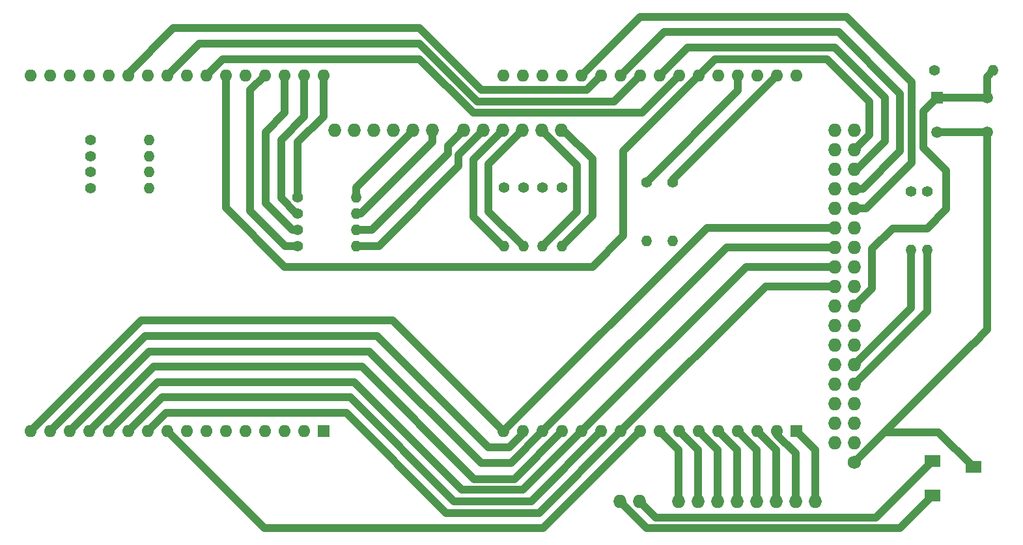
<source format=gbr>
%TF.GenerationSoftware,KiCad,Pcbnew,8.0.1*%
%TF.CreationDate,2024-05-09T09:41:49-04:00*%
%TF.ProjectId,Project 4.0,50726f6a-6563-4742-9034-2e302e6b6963,rev?*%
%TF.SameCoordinates,Original*%
%TF.FileFunction,Copper,L2,Bot*%
%TF.FilePolarity,Positive*%
%FSLAX46Y46*%
G04 Gerber Fmt 4.6, Leading zero omitted, Abs format (unit mm)*
G04 Created by KiCad (PCBNEW 8.0.1) date 2024-05-09 09:41:49*
%MOMM*%
%LPD*%
G01*
G04 APERTURE LIST*
%TA.AperFunction,ComponentPad*%
%ADD10C,1.400000*%
%TD*%
%TA.AperFunction,ComponentPad*%
%ADD11O,1.400000X1.400000*%
%TD*%
%TA.AperFunction,ComponentPad*%
%ADD12R,1.498000X1.498000*%
%TD*%
%TA.AperFunction,ComponentPad*%
%ADD13C,1.498000*%
%TD*%
%TA.AperFunction,ComponentPad*%
%ADD14R,1.600000X1.600000*%
%TD*%
%TA.AperFunction,ComponentPad*%
%ADD15O,1.600000X1.600000*%
%TD*%
%TA.AperFunction,ComponentPad*%
%ADD16O,1.727200X1.727200*%
%TD*%
%TA.AperFunction,ComponentPad*%
%ADD17C,1.727200*%
%TD*%
%TA.AperFunction,ComponentPad*%
%ADD18R,2.000000X1.500000*%
%TD*%
%TA.AperFunction,Conductor*%
%ADD19C,1.000000*%
%TD*%
G04 APERTURE END LIST*
D10*
%TO.P,R10,1*%
%TO.N,Net-(M1-Row1)*%
X143190000Y-80800000D03*
D11*
%TO.P,R10,2*%
%TO.N,Net-(A1-PadD10)*%
X150810000Y-80800000D03*
%TD*%
D12*
%TO.P,SW1,1,A*%
%TO.N,Net-(A1-PadD39)*%
X253310000Y-69000000D03*
D13*
%TO.P,SW1,2,A*%
X259810000Y-69000000D03*
%TO.P,SW1,3,B*%
%TO.N,Net-(A1-GND-PadGND6)*%
X253310000Y-73500000D03*
%TO.P,SW1,4,B*%
X259810000Y-73500000D03*
%TD*%
D10*
%TO.P,R9,1*%
%TO.N,Net-(M2-Row4)*%
X204500000Y-80690000D03*
D11*
%TO.P,R9,2*%
%TO.N,/D2*%
X204500000Y-88310000D03*
%TD*%
D10*
%TO.P,R2,1*%
%TO.N,Net-(M2-Row5)*%
X215500000Y-80000000D03*
D11*
%TO.P,R2,2*%
%TO.N,Net-(A1-PadD46)*%
X215500000Y-87620000D03*
%TD*%
D10*
%TO.P,R5,1*%
%TO.N,Net-(M2-Row8)*%
X252000000Y-81190000D03*
D11*
%TO.P,R5,2*%
%TO.N,Net-(A1-PadD47)*%
X252000000Y-88810000D03*
%TD*%
D10*
%TO.P,R6,1*%
%TO.N,Net-(M2-Row1)*%
X197000000Y-80690000D03*
D11*
%TO.P,R6,2*%
%TO.N,Net-(A1-PadD5)*%
X197000000Y-88310000D03*
%TD*%
D10*
%TO.P,R14,1*%
%TO.N,Net-(M1-Row5)*%
X170190000Y-88300000D03*
D11*
%TO.P,R14,2*%
%TO.N,Net-(A1-PadD6)*%
X177810000Y-88300000D03*
%TD*%
D10*
%TO.P,R15,1*%
%TO.N,Net-(M1-Row6)*%
X170190000Y-86200000D03*
D11*
%TO.P,R15,2*%
%TO.N,Net-(A1-PadD7)*%
X177810000Y-86200000D03*
%TD*%
D10*
%TO.P,R8,1*%
%TO.N,Net-(M2-Row3)*%
X202000000Y-80690000D03*
D11*
%TO.P,R8,2*%
%TO.N,Net-(A1-D3_INT1)*%
X202000000Y-88310000D03*
%TD*%
D10*
%TO.P,R7,1*%
%TO.N,Net-(M2-Row2)*%
X199500000Y-80690000D03*
D11*
%TO.P,R7,2*%
%TO.N,Net-(A1-PadD4)*%
X199500000Y-88310000D03*
%TD*%
D10*
%TO.P,R13,1*%
%TO.N,Net-(M1-Row4)*%
X143190000Y-74500000D03*
D11*
%TO.P,R13,2*%
%TO.N,Net-(A1-A-PadD13)*%
X150810000Y-74500000D03*
%TD*%
D10*
%TO.P,R3,1*%
%TO.N,Net-(M2-Row6)*%
X249900000Y-81190000D03*
D11*
%TO.P,R3,2*%
%TO.N,Net-(A1-PadD45)*%
X249900000Y-88810000D03*
%TD*%
D10*
%TO.P,R12,1*%
%TO.N,Net-(M1-Row3)*%
X143190000Y-76600000D03*
D11*
%TO.P,R12,2*%
%TO.N,Net-(A1-PadD12)*%
X150810000Y-76600000D03*
%TD*%
D10*
%TO.P,R11,1*%
%TO.N,Net-(M1-Row2)*%
X143190000Y-78700000D03*
D11*
%TO.P,R11,2*%
%TO.N,Net-(A1-PadD11)*%
X150810000Y-78700000D03*
%TD*%
D10*
%TO.P,R4,1*%
%TO.N,Net-(M2-Row7)*%
X218900000Y-80000000D03*
D11*
%TO.P,R4,2*%
%TO.N,Net-(A1-PadD44)*%
X218900000Y-87620000D03*
%TD*%
D10*
%TO.P,R16,1*%
%TO.N,Net-(M1-Row7)*%
X170190000Y-84100000D03*
D11*
%TO.P,R16,2*%
%TO.N,Net-(A1-PadD8)*%
X177810000Y-84100000D03*
%TD*%
D10*
%TO.P,R1,1*%
%TO.N,Net-(A1-5V-Pad5V4)*%
X253000000Y-65500000D03*
D11*
%TO.P,R1,2*%
%TO.N,Net-(A1-PadD39)*%
X260620000Y-65500000D03*
%TD*%
D14*
%TO.P,M2,1,C1B*%
%TO.N,Net-(M1-C1B)*%
X235030000Y-112380000D03*
D15*
%TO.P,M2,2,C2B*%
%TO.N,Net-(M1-C2B)*%
X232490000Y-112380000D03*
%TO.P,M2,3,C3B*%
%TO.N,Net-(M1-C3B)*%
X229950000Y-112380000D03*
%TO.P,M2,4,C4B*%
%TO.N,Net-(M1-C4B)*%
X227410000Y-112380000D03*
%TO.P,M2,5,C5B*%
%TO.N,Net-(M1-C5B)*%
X224870000Y-112380000D03*
%TO.P,M2,6,C6B*%
%TO.N,Net-(M1-C6B)*%
X222330000Y-112380000D03*
%TO.P,M2,7,C7B*%
%TO.N,Net-(M1-C7B)*%
X219790000Y-112380000D03*
%TO.P,M2,8,C8B*%
%TO.N,Net-(M1-C8B)*%
X217250000Y-112380000D03*
%TO.P,M2,9,C1R*%
%TO.N,Net-(M1-C1R)*%
X214710000Y-112380000D03*
%TO.P,M2,10,C2R*%
%TO.N,Net-(M1-C2R)*%
X212170000Y-112380000D03*
%TO.P,M2,11,C3R*%
%TO.N,Net-(M1-C3R)*%
X209630000Y-112380000D03*
%TO.P,M2,12,C4R*%
%TO.N,Net-(M1-C4R)*%
X207090000Y-112380000D03*
%TO.P,M2,13,C5R*%
%TO.N,Net-(M1-C5R)*%
X204550000Y-112380000D03*
%TO.P,M2,14,C6R*%
%TO.N,Net-(M1-C6R)*%
X202010000Y-112380000D03*
%TO.P,M2,15,C7R*%
%TO.N,Net-(M1-C7R)*%
X199470000Y-112380000D03*
%TO.P,M2,16,C8R*%
%TO.N,Net-(M1-C8R)*%
X196930000Y-112380000D03*
%TO.P,M2,17,Row1*%
%TO.N,Net-(M2-Row1)*%
X196930000Y-66120000D03*
%TO.P,M2,18,Row2*%
%TO.N,Net-(M2-Row2)*%
X199470000Y-66120000D03*
%TO.P,M2,19,Row3*%
%TO.N,Net-(M2-Row3)*%
X202010000Y-66120000D03*
%TO.P,M2,20,Row4*%
%TO.N,Net-(M2-Row4)*%
X204550000Y-66120000D03*
%TO.P,M2,21,C8G*%
%TO.N,Net-(M1-C8G)*%
X207090000Y-66120000D03*
%TO.P,M2,22,C7G*%
%TO.N,Net-(M1-C7G)*%
X209630000Y-66120000D03*
%TO.P,M2,23,C6G*%
%TO.N,Net-(M1-C6G)*%
X212170000Y-66120000D03*
%TO.P,M2,24,C5G*%
%TO.N,Net-(M1-C5G)*%
X214710000Y-66120000D03*
%TO.P,M2,25,C4G*%
%TO.N,Net-(M1-C4G)*%
X217250000Y-66120000D03*
%TO.P,M2,26,C3G*%
%TO.N,Net-(M1-C3G)*%
X219790000Y-66120000D03*
%TO.P,M2,27,C2G*%
%TO.N,Net-(M1-C2G)*%
X222330000Y-66120000D03*
%TO.P,M2,28,C1G*%
%TO.N,Net-(M1-C1G)*%
X224870000Y-66120000D03*
%TO.P,M2,29,Row5*%
%TO.N,Net-(M2-Row5)*%
X227410000Y-66120000D03*
%TO.P,M2,30,Row6*%
%TO.N,Net-(M2-Row6)*%
X229950000Y-66120000D03*
%TO.P,M2,31,Row7*%
%TO.N,Net-(M2-Row7)*%
X232490000Y-66120000D03*
%TO.P,M2,32,Row8*%
%TO.N,Net-(M2-Row8)*%
X235030000Y-66120000D03*
%TD*%
D10*
%TO.P,R17,1*%
%TO.N,Net-(M1-Row8)*%
X170190000Y-82000000D03*
D11*
%TO.P,R17,2*%
%TO.N,Net-(A1-PadD9)*%
X177810000Y-82000000D03*
%TD*%
D16*
%TO.P,A1,5V3,5V*%
%TO.N,unconnected-(A1-5V-Pad5V3)*%
X240020000Y-73240000D03*
%TO.P,A1,5V4,5V*%
%TO.N,Net-(A1-5V-Pad5V4)*%
X242560000Y-73240000D03*
%TO.P,A1,A6,L*%
%TO.N,Net-(A1-L-PadA6)*%
X212080000Y-121540000D03*
%TO.P,A1,A7,L*%
%TO.N,Net-(A1-L-PadA7)*%
X214620000Y-121500000D03*
%TO.P,A1,A8,K*%
%TO.N,Net-(M1-C8B)*%
X219700000Y-121500000D03*
%TO.P,A1,A9,K*%
%TO.N,Net-(M1-C7B)*%
X222240000Y-121500000D03*
%TO.P,A1,A10,K*%
%TO.N,Net-(M1-C6B)*%
X224780000Y-121500000D03*
%TO.P,A1,A11,K*%
%TO.N,Net-(M1-C5B)*%
X227320000Y-121500000D03*
%TO.P,A1,A12,K*%
%TO.N,Net-(M1-C4B)*%
X229860000Y-121500000D03*
%TO.P,A1,A13,K*%
%TO.N,Net-(M1-C3B)*%
X232400000Y-121500000D03*
%TO.P,A1,A14,K*%
%TO.N,Net-(M1-C2B)*%
X234940000Y-121500000D03*
%TO.P,A1,A15,K*%
%TO.N,Net-(M1-C1B)*%
X237480000Y-121500000D03*
%TO.P,A1,D2,D2_INT0*%
%TO.N,/D2*%
X204460000Y-73240000D03*
%TO.P,A1,D3,D3_INT1*%
%TO.N,Net-(A1-D3_INT1)*%
X201920000Y-73240000D03*
%TO.P,A1,D4,D4*%
%TO.N,Net-(A1-PadD4)*%
X199380000Y-73240000D03*
%TO.P,A1,D5,D5*%
%TO.N,Net-(A1-PadD5)*%
X196840000Y-73240000D03*
%TO.P,A1,D6,D6*%
%TO.N,Net-(A1-PadD6)*%
X194300000Y-73240000D03*
%TO.P,A1,D7,D7*%
%TO.N,Net-(A1-PadD7)*%
X191760000Y-73240000D03*
%TO.P,A1,D8,D8*%
%TO.N,Net-(A1-PadD8)*%
X187696000Y-73240000D03*
%TO.P,A1,D9,D9*%
%TO.N,Net-(A1-PadD9)*%
X185156000Y-73240000D03*
%TO.P,A1,D10,D10*%
%TO.N,Net-(A1-PadD10)*%
X182616000Y-73240000D03*
%TO.P,A1,D11,D11*%
%TO.N,Net-(A1-PadD11)*%
X180076000Y-73240000D03*
%TO.P,A1,D12,D12*%
%TO.N,Net-(A1-PadD12)*%
X177536000Y-73240000D03*
%TO.P,A1,D13,A*%
%TO.N,Net-(A1-A-PadD13)*%
X174996000Y-73240000D03*
%TO.P,A1,D22,A*%
%TO.N,Net-(M1-C1G)*%
X240020000Y-75780000D03*
%TO.P,A1,D23,A*%
%TO.N,Net-(M1-C2G)*%
X242560000Y-75780000D03*
%TO.P,A1,D24,A*%
%TO.N,Net-(M1-C3G)*%
X240020000Y-78320000D03*
%TO.P,A1,D25,A*%
%TO.N,Net-(M1-C4G)*%
X242560000Y-78320000D03*
%TO.P,A1,D26,A*%
%TO.N,Net-(M1-C5G)*%
X240020000Y-80860000D03*
%TO.P,A1,D27,A*%
%TO.N,Net-(M1-C6G)*%
X242560000Y-80860000D03*
%TO.P,A1,D28,A*%
%TO.N,Net-(M1-C7G)*%
X240020000Y-83400000D03*
%TO.P,A1,D29,A*%
%TO.N,Net-(M1-C8G)*%
X242560000Y-83400000D03*
%TO.P,A1,D30,C*%
%TO.N,Net-(M1-C8R)*%
X240020000Y-85940000D03*
%TO.P,A1,D31,C*%
%TO.N,Net-(M1-C7R)*%
X242560000Y-85940000D03*
%TO.P,A1,D32,C*%
%TO.N,Net-(M1-C6R)*%
X240020000Y-88480000D03*
%TO.P,A1,D33,C*%
%TO.N,Net-(M1-C5R)*%
X242560000Y-88480000D03*
%TO.P,A1,D34,C*%
%TO.N,Net-(M1-C4R)*%
X240020000Y-91020000D03*
%TO.P,A1,D35,C*%
%TO.N,Net-(M1-C3R)*%
X242560000Y-91020000D03*
%TO.P,A1,D36,C*%
%TO.N,Net-(M1-C2R)*%
X240020000Y-93560000D03*
%TO.P,A1,D37,C*%
%TO.N,Net-(M1-C1R)*%
X242560000Y-93560000D03*
%TO.P,A1,D38,D38*%
%TO.N,unconnected-(A1-PadD38)*%
X240020000Y-96100000D03*
%TO.P,A1,D39,D39*%
%TO.N,Net-(A1-PadD39)*%
X242560000Y-96100000D03*
%TO.P,A1,D40,D40*%
%TO.N,unconnected-(A1-PadD40)*%
X240020000Y-98640000D03*
%TO.P,A1,D41,D41*%
%TO.N,unconnected-(A1-PadD41)*%
X242560000Y-98640000D03*
%TO.P,A1,D42,D42*%
%TO.N,unconnected-(A1-PadD42)*%
X240020000Y-101180000D03*
%TO.P,A1,D43,D43*%
%TO.N,unconnected-(A1-PadD43)*%
X242560000Y-101180000D03*
%TO.P,A1,D44,D44*%
%TO.N,Net-(A1-PadD44)*%
X240020000Y-103720000D03*
%TO.P,A1,D45,D45*%
%TO.N,Net-(A1-PadD45)*%
X242560000Y-103720000D03*
%TO.P,A1,D46,D46*%
%TO.N,Net-(A1-PadD46)*%
X240020000Y-106260000D03*
%TO.P,A1,D47,D47*%
%TO.N,Net-(A1-PadD47)*%
X242560000Y-106260000D03*
%TO.P,A1,D48,D48*%
%TO.N,unconnected-(A1-PadD48)*%
X240020000Y-108800000D03*
%TO.P,A1,D49,D49*%
%TO.N,unconnected-(A1-PadD49)*%
X242560000Y-108800000D03*
%TO.P,A1,D50,D50_MISO*%
%TO.N,unconnected-(A1-D50_MISO-PadD50)*%
X240020000Y-111340000D03*
%TO.P,A1,D51,D51_MOSI*%
%TO.N,unconnected-(A1-D51_MOSI-PadD51)*%
X242560000Y-111340000D03*
%TO.P,A1,D52,D52_SCK*%
%TO.N,unconnected-(A1-D52_SCK-PadD52)*%
X240020000Y-113880000D03*
%TO.P,A1,D53,D53_CS*%
%TO.N,unconnected-(A1-D53_CS-PadD53)*%
X242560000Y-113880000D03*
D17*
%TO.P,A1,GND6,GND*%
%TO.N,Net-(A1-GND-PadGND6)*%
X242560000Y-116420000D03*
%TD*%
D14*
%TO.P,M1,1,C1B*%
%TO.N,Net-(M1-C1B)*%
X173530000Y-112380000D03*
D15*
%TO.P,M1,2,C2B*%
%TO.N,Net-(M1-C2B)*%
X170990000Y-112380000D03*
%TO.P,M1,3,C3B*%
%TO.N,Net-(M1-C3B)*%
X168450000Y-112380000D03*
%TO.P,M1,4,C4B*%
%TO.N,Net-(M1-C4B)*%
X165910000Y-112380000D03*
%TO.P,M1,5,C5B*%
%TO.N,Net-(M1-C5B)*%
X163370000Y-112380000D03*
%TO.P,M1,6,C6B*%
%TO.N,Net-(M1-C6B)*%
X160830000Y-112380000D03*
%TO.P,M1,7,C7B*%
%TO.N,Net-(M1-C7B)*%
X158290000Y-112380000D03*
%TO.P,M1,8,C8B*%
%TO.N,Net-(M1-C8B)*%
X155750000Y-112380000D03*
%TO.P,M1,9,C1R*%
%TO.N,Net-(M1-C1R)*%
X153210000Y-112380000D03*
%TO.P,M1,10,C2R*%
%TO.N,Net-(M1-C2R)*%
X150670000Y-112380000D03*
%TO.P,M1,11,C3R*%
%TO.N,Net-(M1-C3R)*%
X148130000Y-112380000D03*
%TO.P,M1,12,C4R*%
%TO.N,Net-(M1-C4R)*%
X145590000Y-112380000D03*
%TO.P,M1,13,C5R*%
%TO.N,Net-(M1-C5R)*%
X143050000Y-112380000D03*
%TO.P,M1,14,C6R*%
%TO.N,Net-(M1-C6R)*%
X140510000Y-112380000D03*
%TO.P,M1,15,C7R*%
%TO.N,Net-(M1-C7R)*%
X137970000Y-112380000D03*
%TO.P,M1,16,C8R*%
%TO.N,Net-(M1-C8R)*%
X135430000Y-112380000D03*
%TO.P,M1,17,Row1*%
%TO.N,Net-(M1-Row1)*%
X135430000Y-66120000D03*
%TO.P,M1,18,Row2*%
%TO.N,Net-(M1-Row2)*%
X137970000Y-66120000D03*
%TO.P,M1,19,Row3*%
%TO.N,Net-(M1-Row3)*%
X140510000Y-66120000D03*
%TO.P,M1,20,Row4*%
%TO.N,Net-(M1-Row4)*%
X143050000Y-66120000D03*
%TO.P,M1,21,C8G*%
%TO.N,Net-(M1-C8G)*%
X145590000Y-66120000D03*
%TO.P,M1,22,C7G*%
%TO.N,Net-(M1-C7G)*%
X148130000Y-66120000D03*
%TO.P,M1,23,C6G*%
%TO.N,Net-(M1-C6G)*%
X150670000Y-66120000D03*
%TO.P,M1,24,C5G*%
%TO.N,Net-(M1-C5G)*%
X153210000Y-66120000D03*
%TO.P,M1,25,C4G*%
%TO.N,Net-(M1-C4G)*%
X155750000Y-66120000D03*
%TO.P,M1,26,C3G*%
%TO.N,Net-(M1-C3G)*%
X158290000Y-66120000D03*
%TO.P,M1,27,C2G*%
%TO.N,Net-(M1-C2G)*%
X160830000Y-66120000D03*
%TO.P,M1,28,C1G*%
%TO.N,Net-(M1-C1G)*%
X163370000Y-66120000D03*
%TO.P,M1,29,Row5*%
%TO.N,Net-(M1-Row5)*%
X165910000Y-66120000D03*
%TO.P,M1,30,Row6*%
%TO.N,Net-(M1-Row6)*%
X168450000Y-66120000D03*
%TO.P,M1,31,Row7*%
%TO.N,Net-(M1-Row7)*%
X170990000Y-66120000D03*
%TO.P,M1,32,Row8*%
%TO.N,Net-(M1-Row8)*%
X173530000Y-66120000D03*
%TD*%
D18*
%TO.P,J1,R*%
%TO.N,Net-(A1-L-PadA6)*%
X252700000Y-120750000D03*
%TO.P,J1,S*%
%TO.N,Net-(A1-GND-PadGND6)*%
X258000000Y-117000000D03*
%TO.P,J1,T*%
%TO.N,Net-(A1-L-PadA7)*%
X252700000Y-116250000D03*
%TD*%
D19*
%TO.N,Net-(M1-C3R)*%
X209630000Y-112380000D02*
X200510000Y-121500000D01*
X200510000Y-121500000D02*
X190500000Y-121500000D01*
X177000000Y-108000000D02*
X152510000Y-108000000D01*
X190500000Y-121500000D02*
X177000000Y-108000000D01*
X152510000Y-108000000D02*
X148130000Y-112380000D01*
%TO.N,Net-(M1-C7G)*%
X186000000Y-60000000D02*
X154000000Y-60000000D01*
X194000000Y-68000000D02*
X186000000Y-60000000D01*
X207750000Y-68000000D02*
X194000000Y-68000000D01*
X154000000Y-60000000D02*
X148130000Y-65870000D01*
X148130000Y-65870000D02*
X148130000Y-66120000D01*
X209630000Y-66120000D02*
X207750000Y-68000000D01*
%TO.N,Net-(M1-C8R)*%
X182500000Y-98000000D02*
X149810000Y-98000000D01*
X196930000Y-112380000D02*
X196880000Y-112380000D01*
X196880000Y-112380000D02*
X182500000Y-98000000D01*
X223380000Y-85940000D02*
X196940000Y-112380000D01*
X149810000Y-98000000D02*
X135430000Y-112380000D01*
X240020000Y-85940000D02*
X223380000Y-85940000D01*
%TO.N,Net-(M1-C2R)*%
X231000000Y-93560000D02*
X212180000Y-112380000D01*
X189500000Y-123000000D02*
X176500000Y-110000000D01*
X201550000Y-123000000D02*
X189500000Y-123000000D01*
X153050000Y-110000000D02*
X150670000Y-112380000D01*
X212170000Y-112380000D02*
X201550000Y-123000000D01*
X176500000Y-110000000D02*
X153050000Y-110000000D01*
X240020000Y-93560000D02*
X231000000Y-93560000D01*
%TO.N,Net-(M1-C8G)*%
X241500000Y-58500000D02*
X250000000Y-67000000D01*
X250000000Y-67000000D02*
X250000000Y-77500000D01*
X250000000Y-77500000D02*
X244100000Y-83400000D01*
X214710000Y-58500000D02*
X241500000Y-58500000D01*
X244100000Y-83400000D02*
X242560000Y-83400000D01*
X207090000Y-66120000D02*
X214710000Y-58500000D01*
%TO.N,Net-(M1-C7R)*%
X180500000Y-100000000D02*
X150350000Y-100000000D01*
X195000000Y-114500000D02*
X180500000Y-100000000D01*
X199470000Y-112380000D02*
X199470000Y-112705000D01*
X197675000Y-114500000D02*
X195000000Y-114500000D01*
X199470000Y-112705000D02*
X197675000Y-114500000D01*
X150350000Y-100000000D02*
X137970000Y-112380000D01*
%TO.N,Net-(M1-C1R)*%
X165830000Y-125000000D02*
X153210000Y-112380000D01*
X214710000Y-112380000D02*
X202090000Y-125000000D01*
X202090000Y-125000000D02*
X165830000Y-125000000D01*
%TO.N,Net-(M1-C2G)*%
X222330000Y-66120000D02*
X224450000Y-64000000D01*
X244500000Y-69500000D02*
X244500000Y-73840000D01*
X168500000Y-91000000D02*
X160830000Y-83330000D01*
X222330000Y-66120000D02*
X212500000Y-75950000D01*
X212500000Y-75950000D02*
X212500000Y-87000000D01*
X208500000Y-91000000D02*
X168500000Y-91000000D01*
X160830000Y-83330000D02*
X160830000Y-66120000D01*
X212500000Y-87000000D02*
X208500000Y-91000000D01*
X239000000Y-64000000D02*
X244500000Y-69500000D01*
X244500000Y-73840000D02*
X242560000Y-75780000D01*
X224450000Y-64000000D02*
X239000000Y-64000000D01*
%TO.N,Net-(M1-C4R)*%
X177500000Y-106000000D02*
X151970000Y-106000000D01*
X240020000Y-91020000D02*
X228460000Y-91020000D01*
X207090000Y-112380000D02*
X199470000Y-120000000D01*
X199470000Y-120000000D02*
X191500000Y-120000000D01*
X228460000Y-91020000D02*
X207100000Y-112380000D01*
X191500000Y-120000000D02*
X177500000Y-106000000D01*
X151970000Y-106000000D02*
X145590000Y-112380000D01*
%TO.N,Net-(M1-C5R)*%
X193100000Y-118600000D02*
X178500000Y-104000000D01*
X151430000Y-104000000D02*
X143050000Y-112380000D01*
X204550000Y-112380000D02*
X198330000Y-118600000D01*
X198330000Y-118600000D02*
X193100000Y-118600000D01*
X178500000Y-104000000D02*
X151430000Y-104000000D01*
%TO.N,Net-(M1-C6R)*%
X225920000Y-88480000D02*
X202020000Y-112380000D01*
X179500000Y-102000000D02*
X150890000Y-102000000D01*
X150890000Y-102000000D02*
X140510000Y-112380000D01*
X194000000Y-116500000D02*
X179500000Y-102000000D01*
X240020000Y-88480000D02*
X225920000Y-88480000D01*
X197890000Y-116500000D02*
X194000000Y-116500000D01*
X202010000Y-112380000D02*
X197890000Y-116500000D01*
%TO.N,Net-(M1-C3G)*%
X160410000Y-64000000D02*
X158290000Y-66120000D01*
X186000000Y-64000000D02*
X160410000Y-64000000D01*
X214910000Y-71000000D02*
X193000000Y-71000000D01*
X193000000Y-71000000D02*
X186000000Y-64000000D01*
X219790000Y-66120000D02*
X214910000Y-71000000D01*
%TO.N,Net-(M1-C5G)*%
X193500000Y-69500000D02*
X186000000Y-62000000D01*
X214710000Y-66120000D02*
X211330000Y-69500000D01*
X211330000Y-69500000D02*
X193500000Y-69500000D01*
X186000000Y-62000000D02*
X157330000Y-62000000D01*
X157330000Y-62000000D02*
X153210000Y-66120000D01*
%TO.N,Net-(M1-C6G)*%
X240500000Y-60500000D02*
X248500000Y-68500000D01*
X248500000Y-68500000D02*
X248500000Y-76000000D01*
X248500000Y-76000000D02*
X243640000Y-80860000D01*
X217790000Y-60500000D02*
X240500000Y-60500000D01*
X243640000Y-80860000D02*
X242560000Y-80860000D01*
X212170000Y-66120000D02*
X217790000Y-60500000D01*
%TO.N,Net-(M1-C4G)*%
X246500000Y-74690000D02*
X246500000Y-69000000D01*
X242560000Y-78320000D02*
X242870000Y-78320000D01*
X240000000Y-62500000D02*
X220870000Y-62500000D01*
X242870000Y-78320000D02*
X246500000Y-74690000D01*
X246500000Y-69000000D02*
X240000000Y-62500000D01*
X220870000Y-62500000D02*
X217250000Y-66120000D01*
%TO.N,Net-(M1-Row5)*%
X165910000Y-66120000D02*
X164000000Y-68030000D01*
X164000000Y-83750000D02*
X168550000Y-88300000D01*
X168550000Y-88300000D02*
X170190000Y-88300000D01*
X164000000Y-68030000D02*
X164000000Y-83750000D01*
%TO.N,Net-(M1-Row8)*%
X170190000Y-74810000D02*
X170190000Y-82000000D01*
X173530000Y-71470000D02*
X170190000Y-74810000D01*
X173530000Y-66120000D02*
X173530000Y-71470000D01*
%TO.N,Net-(M1-Row6)*%
X168450000Y-66120000D02*
X168450000Y-70950000D01*
X168450000Y-70950000D02*
X168500000Y-71000000D01*
X166000000Y-73500000D02*
X166000000Y-82750000D01*
X169450000Y-86200000D02*
X170190000Y-86200000D01*
X166000000Y-82750000D02*
X169450000Y-86200000D01*
X168500000Y-71000000D02*
X166000000Y-73500000D01*
%TO.N,Net-(M1-Row7)*%
X170990000Y-71490000D02*
X171000000Y-71500000D01*
X171000000Y-71500000D02*
X168000000Y-74500000D01*
X168000000Y-82072742D02*
X170027258Y-84100000D01*
X170990000Y-66120000D02*
X170990000Y-71490000D01*
X168000000Y-74500000D02*
X168000000Y-82072742D01*
X170027258Y-84100000D02*
X170190000Y-84100000D01*
%TO.N,Net-(M2-Row5)*%
X227410000Y-68090000D02*
X215500000Y-80000000D01*
X227410000Y-66120000D02*
X227410000Y-68090000D01*
%TO.N,/D2*%
X204740000Y-73240000D02*
X204460000Y-73240000D01*
X208500000Y-84310000D02*
X208500000Y-77000000D01*
X208500000Y-77000000D02*
X204740000Y-73240000D01*
X204500000Y-88310000D02*
X208500000Y-84310000D01*
%TO.N,Net-(M2-Row7)*%
X218900000Y-79710000D02*
X218900000Y-80000000D01*
X232490000Y-66120000D02*
X218900000Y-79710000D01*
%TO.N,Net-(A1-D3_INT1)*%
X206500000Y-77820000D02*
X201920000Y-73240000D01*
X202000000Y-88310000D02*
X206500000Y-83810000D01*
X206500000Y-83810000D02*
X206500000Y-77820000D01*
%TO.N,Net-(A1-PadD9)*%
X177810000Y-80690000D02*
X177810000Y-82000000D01*
X185156000Y-73344000D02*
X177810000Y-80690000D01*
X185156000Y-73240000D02*
X185156000Y-73344000D01*
%TO.N,Net-(A1-PadD6)*%
X180700000Y-88300000D02*
X177810000Y-88300000D01*
X194300000Y-73240000D02*
X191100000Y-76440000D01*
X191100000Y-76440000D02*
X191100000Y-77900000D01*
X191100000Y-77900000D02*
X180700000Y-88300000D01*
%TO.N,Net-(A1-PadD8)*%
X187696000Y-73240000D02*
X187696000Y-74804000D01*
X187696000Y-74804000D02*
X178400000Y-84100000D01*
X178400000Y-84100000D02*
X177810000Y-84100000D01*
%TO.N,Net-(A1-PadD45)*%
X249900000Y-88810000D02*
X249900000Y-96380000D01*
X249900000Y-96380000D02*
X242560000Y-103720000D01*
%TO.N,Net-(A1-PadD47)*%
X252000000Y-96820000D02*
X242560000Y-106260000D01*
X252000000Y-88810000D02*
X252000000Y-96820000D01*
%TO.N,Net-(A1-PadD7)*%
X189700000Y-76300000D02*
X179800000Y-86200000D01*
X191760000Y-73240000D02*
X189700000Y-75300000D01*
X179800000Y-86200000D02*
X177810000Y-86200000D01*
X189700000Y-75300000D02*
X189700000Y-76300000D01*
%TO.N,Net-(A1-PadD5)*%
X193000000Y-84500000D02*
X193000000Y-77080000D01*
X197000000Y-88310000D02*
X196810000Y-88310000D01*
X193000000Y-77080000D02*
X196840000Y-73240000D01*
X196810000Y-88310000D02*
X193000000Y-84500000D01*
%TO.N,Net-(A1-PadD4)*%
X195000000Y-83810000D02*
X195000000Y-77620000D01*
X199500000Y-88310000D02*
X195000000Y-83810000D01*
X195000000Y-77620000D02*
X199380000Y-73240000D01*
%TO.N,Net-(A1-PadD39)*%
X254500000Y-83500000D02*
X254500000Y-78500000D01*
X251500000Y-75500000D02*
X251500000Y-70810000D01*
X244827258Y-88672742D02*
X247500000Y-86000000D01*
X242560000Y-96100000D02*
X244827258Y-93832742D01*
X254500000Y-78500000D02*
X251500000Y-75500000D01*
X244827258Y-93832742D02*
X244827258Y-88672742D01*
X253310000Y-69000000D02*
X259810000Y-69000000D01*
X251500000Y-70810000D02*
X253310000Y-69000000D01*
X259810000Y-66310000D02*
X260620000Y-65500000D01*
X252000000Y-86000000D02*
X254500000Y-83500000D01*
X247500000Y-86000000D02*
X252000000Y-86000000D01*
X259810000Y-69000000D02*
X259810000Y-66310000D01*
%TO.N,Net-(M1-C7B)*%
X222240000Y-121500000D02*
X222240000Y-114830000D01*
X222240000Y-114830000D02*
X219790000Y-112380000D01*
%TO.N,Net-(M1-C1B)*%
X237480000Y-114830000D02*
X235030000Y-112380000D01*
X237480000Y-121500000D02*
X237480000Y-114830000D01*
%TO.N,Net-(M1-C3B)*%
X232400000Y-121500000D02*
X232400000Y-114830000D01*
X232400000Y-114830000D02*
X229950000Y-112380000D01*
%TO.N,Net-(M1-C8B)*%
X219700000Y-121500000D02*
X219700000Y-114830000D01*
X219700000Y-114830000D02*
X217250000Y-112380000D01*
%TO.N,Net-(M1-C4B)*%
X229860000Y-121500000D02*
X229860000Y-114830000D01*
X229860000Y-114830000D02*
X227410000Y-112380000D01*
%TO.N,Net-(M1-C2B)*%
X234940000Y-115290000D02*
X232490000Y-112840000D01*
X232490000Y-112840000D02*
X232490000Y-112380000D01*
X234940000Y-121500000D02*
X234940000Y-115290000D01*
%TO.N,Net-(M1-C5B)*%
X227320000Y-114830000D02*
X224870000Y-112380000D01*
X227320000Y-121500000D02*
X227320000Y-114830000D01*
%TO.N,Net-(M1-C6B)*%
X224780000Y-121500000D02*
X224780000Y-114830000D01*
X224780000Y-114830000D02*
X222330000Y-112380000D01*
%TO.N,Net-(A1-L-PadA6)*%
X252700000Y-120750000D02*
X248450000Y-125000000D01*
X248450000Y-125000000D02*
X215540000Y-125000000D01*
X215540000Y-125000000D02*
X212080000Y-121540000D01*
%TO.N,Net-(A1-L-PadA7)*%
X216720000Y-123600000D02*
X214620000Y-121500000D01*
X252700000Y-116250000D02*
X245350000Y-123600000D01*
X245350000Y-123600000D02*
X216720000Y-123600000D01*
%TO.N,Net-(A1-GND-PadGND6)*%
X253500000Y-112500000D02*
X246480000Y-112500000D01*
X258000000Y-117000000D02*
X253500000Y-112500000D01*
X257990000Y-100990000D02*
X242560000Y-116420000D01*
X259810000Y-73500000D02*
X259810000Y-99190000D01*
X246480000Y-112500000D02*
X242560000Y-116420000D01*
X259810000Y-99190000D02*
X258000000Y-101000000D01*
X242560000Y-116420000D02*
X242640000Y-116500000D01*
X258000000Y-101000000D02*
X257990000Y-100990000D01*
X259810000Y-73500000D02*
X253310000Y-73500000D01*
%TD*%
M02*

</source>
